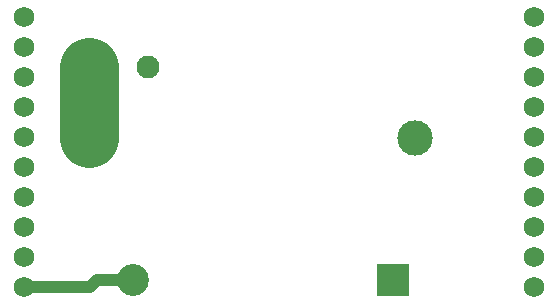
<source format=gbr>
%TF.GenerationSoftware,KiCad,Pcbnew,8.0.7*%
%TF.CreationDate,2025-01-14T16:42:55-05:00*%
%TF.ProjectId,VCU MPR,56435520-4d50-4522-9e6b-696361645f70,rev?*%
%TF.SameCoordinates,Original*%
%TF.FileFunction,Copper,L1,Top*%
%TF.FilePolarity,Positive*%
%FSLAX46Y46*%
G04 Gerber Fmt 4.6, Leading zero omitted, Abs format (unit mm)*
G04 Created by KiCad (PCBNEW 8.0.7) date 2025-01-14 16:42:55*
%MOMM*%
%LPD*%
G01*
G04 APERTURE LIST*
%TA.AperFunction,ComponentPad*%
%ADD10C,1.750000*%
%TD*%
%TA.AperFunction,ComponentPad*%
%ADD11R,2.700000X2.700000*%
%TD*%
%TA.AperFunction,ComponentPad*%
%ADD12C,2.700000*%
%TD*%
%TA.AperFunction,ComponentPad*%
%ADD13C,3.000000*%
%TD*%
%TA.AperFunction,ComponentPad*%
%ADD14C,1.950000*%
%TD*%
%TA.AperFunction,Conductor*%
%ADD15C,0.200000*%
%TD*%
%TA.AperFunction,Conductor*%
%ADD16C,5.000000*%
%TD*%
%TA.AperFunction,Conductor*%
%ADD17C,1.000000*%
%TD*%
G04 APERTURE END LIST*
D10*
%TO.P,J2,1*%
%TO.N,N/C*%
X76200000Y-50800000D03*
%TO.P,J2,2*%
X76200000Y-53340000D03*
%TO.P,J2,3*%
X76200000Y-55880000D03*
%TO.P,J2,4*%
X76200000Y-58420000D03*
%TO.P,J2,5*%
X76200000Y-60960000D03*
%TO.P,J2,6*%
X76200000Y-63500000D03*
%TO.P,J2,7*%
X76200000Y-66040000D03*
%TO.P,J2,8*%
X76200000Y-68580000D03*
%TO.P,J2,9*%
X76200000Y-71120000D03*
%TO.P,J2,10*%
%TO.N,VCU-MPRD*%
X76200000Y-73660000D03*
%TD*%
%TO.P,J2,1*%
%TO.N,N/C*%
X119380000Y-50800000D03*
%TO.P,J2,2*%
X119380000Y-53340000D03*
%TO.P,J2,3*%
X119380000Y-55880000D03*
%TO.P,J2,4*%
X119380000Y-58420000D03*
%TO.P,J2,5*%
X119380000Y-60960000D03*
%TO.P,J2,6*%
X119380000Y-63500000D03*
%TO.P,J2,7*%
X119380000Y-66040000D03*
%TO.P,J2,8*%
X119380000Y-68580000D03*
%TO.P,J2,9*%
X119380000Y-71120000D03*
%TO.P,J2,10*%
X119380000Y-73660000D03*
%TD*%
D11*
%TO.P,K1,1*%
%TO.N,/VBATT*%
X107500000Y-73050000D03*
D12*
%TO.P,K1,2*%
%TO.N,VCU-MPRD*%
X85500000Y-73050000D03*
D13*
%TO.P,K1,3*%
%TO.N,/VBATT*%
X109300000Y-61050000D03*
%TO.P,K1,4*%
%TO.N,/VCU VBATT*%
X81700000Y-61050000D03*
%TD*%
D14*
%TO.P,J1,1*%
%TO.N,/VBATT*%
X86725000Y-54975000D03*
%TO.P,J1,2*%
%TO.N,/VCU VBATT*%
X81725000Y-54975000D03*
%TD*%
D15*
%TO.N,/VCU VBATT*%
X81700000Y-55000000D02*
X81725000Y-54975000D01*
D16*
X81700000Y-61050000D02*
X81700000Y-55000000D01*
D17*
%TO.N,VCU-MPRD*%
X76200000Y-73660000D02*
X81840000Y-73660000D01*
X81840000Y-73660000D02*
X82450000Y-73050000D01*
X82450000Y-73050000D02*
X85500000Y-73050000D01*
%TD*%
M02*

</source>
